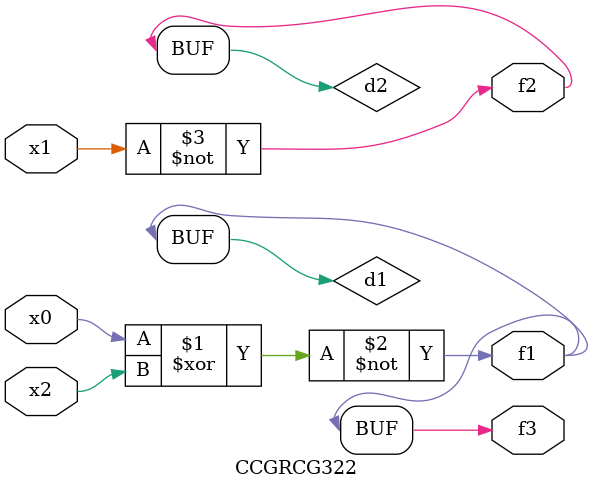
<source format=v>
module CCGRCG322(
	input x0, x1, x2,
	output f1, f2, f3
);

	wire d1, d2, d3;

	xnor (d1, x0, x2);
	nand (d2, x1);
	nor (d3, x1, x2);
	assign f1 = d1;
	assign f2 = d2;
	assign f3 = d1;
endmodule

</source>
